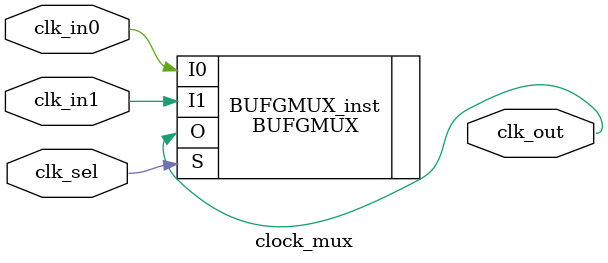
<source format=v>
`timescale 1ns / 1ps

module clock_mux 
(
 input clk_in0,
 input clk_in1,
 input clk_sel,
 output clk_out
 
);

   // BUFGMUX: Global Clock Mux Buffer

   BUFGMUX #(
   )
   BUFGMUX_inst (
      .O(clk_out),   // 1-bit output: Clock output
      .I0(clk_in0), // 1-bit input: Clock input (S=0)
      .I1(clk_in1), // 1-bit input: Clock input (S=1)
      .S(clk_sel)    // 1-bit input: Clock select
   );

   // End of BUFGMUX_inst instantiation
					

endmodule
</source>
